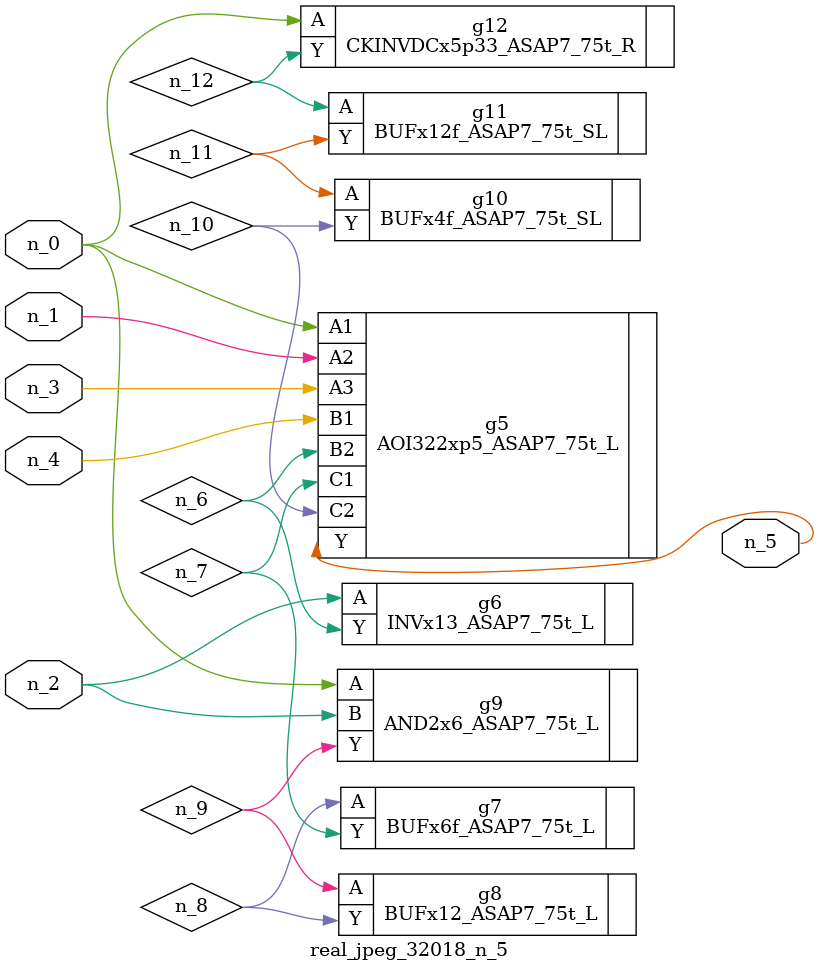
<source format=v>
module real_jpeg_32018_n_5 (n_4, n_0, n_1, n_2, n_3, n_5);

input n_4;
input n_0;
input n_1;
input n_2;
input n_3;

output n_5;

wire n_12;
wire n_8;
wire n_11;
wire n_6;
wire n_7;
wire n_10;
wire n_9;

AOI322xp5_ASAP7_75t_L g5 ( 
.A1(n_0),
.A2(n_1),
.A3(n_3),
.B1(n_4),
.B2(n_6),
.C1(n_7),
.C2(n_10),
.Y(n_5)
);

AND2x6_ASAP7_75t_L g9 ( 
.A(n_0),
.B(n_2),
.Y(n_9)
);

CKINVDCx5p33_ASAP7_75t_R g12 ( 
.A(n_0),
.Y(n_12)
);

INVx13_ASAP7_75t_L g6 ( 
.A(n_2),
.Y(n_6)
);

BUFx6f_ASAP7_75t_L g7 ( 
.A(n_8),
.Y(n_7)
);

BUFx12_ASAP7_75t_L g8 ( 
.A(n_9),
.Y(n_8)
);

BUFx4f_ASAP7_75t_SL g10 ( 
.A(n_11),
.Y(n_10)
);

BUFx12f_ASAP7_75t_SL g11 ( 
.A(n_12),
.Y(n_11)
);


endmodule
</source>
